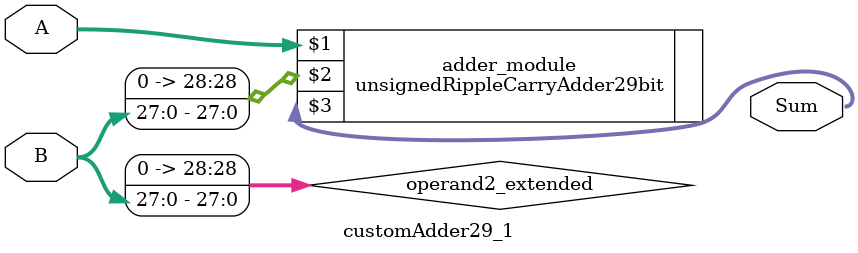
<source format=v>

module customAdder29_1(
                    input [28 : 0] A,
                    input [27 : 0] B,
                    
                    output [29 : 0] Sum
            );

    wire [28 : 0] operand2_extended;
    
    assign operand2_extended =  {1'b0, B};
    
    unsignedRippleCarryAdder29bit adder_module(
        A,
        operand2_extended,
        Sum
    );
    
endmodule
        
</source>
